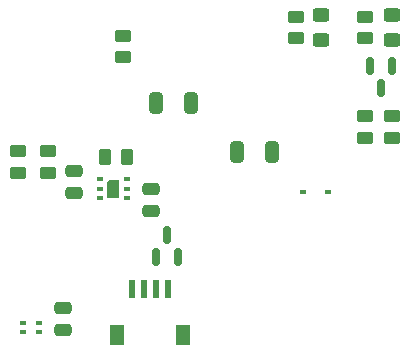
<source format=gbr>
%TF.GenerationSoftware,KiCad,Pcbnew,(6.0.7)*%
%TF.CreationDate,2022-11-02T22:50:04-04:00*%
%TF.ProjectId,tifi_daughterboard,74696669-5f64-4617-9567-68746572626f,1*%
%TF.SameCoordinates,Original*%
%TF.FileFunction,Paste,Top*%
%TF.FilePolarity,Positive*%
%FSLAX46Y46*%
G04 Gerber Fmt 4.6, Leading zero omitted, Abs format (unit mm)*
G04 Created by KiCad (PCBNEW (6.0.7)) date 2022-11-02 22:50:04*
%MOMM*%
%LPD*%
G01*
G04 APERTURE LIST*
G04 Aperture macros list*
%AMRoundRect*
0 Rectangle with rounded corners*
0 $1 Rounding radius*
0 $2 $3 $4 $5 $6 $7 $8 $9 X,Y pos of 4 corners*
0 Add a 4 corners polygon primitive as box body*
4,1,4,$2,$3,$4,$5,$6,$7,$8,$9,$2,$3,0*
0 Add four circle primitives for the rounded corners*
1,1,$1+$1,$2,$3*
1,1,$1+$1,$4,$5*
1,1,$1+$1,$6,$7*
1,1,$1+$1,$8,$9*
0 Add four rect primitives between the rounded corners*
20,1,$1+$1,$2,$3,$4,$5,0*
20,1,$1+$1,$4,$5,$6,$7,0*
20,1,$1+$1,$6,$7,$8,$9,0*
20,1,$1+$1,$8,$9,$2,$3,0*%
%AMOutline5P*
0 Free polygon, 5 corners , with rotation*
0 The origin of the aperture is its center*
0 number of corners: always 5*
0 $1 to $10 corner X, Y*
0 $11 Rotation angle, in degrees counterclockwise*
0 create outline with 5 corners*
4,1,5,$1,$2,$3,$4,$5,$6,$7,$8,$9,$10,$1,$2,$11*%
%AMOutline6P*
0 Free polygon, 6 corners , with rotation*
0 The origin of the aperture is its center*
0 number of corners: always 6*
0 $1 to $12 corner X, Y*
0 $13 Rotation angle, in degrees counterclockwise*
0 create outline with 6 corners*
4,1,6,$1,$2,$3,$4,$5,$6,$7,$8,$9,$10,$11,$12,$1,$2,$13*%
%AMOutline7P*
0 Free polygon, 7 corners , with rotation*
0 The origin of the aperture is its center*
0 number of corners: always 7*
0 $1 to $14 corner X, Y*
0 $15 Rotation angle, in degrees counterclockwise*
0 create outline with 7 corners*
4,1,7,$1,$2,$3,$4,$5,$6,$7,$8,$9,$10,$11,$12,$13,$14,$1,$2,$15*%
%AMOutline8P*
0 Free polygon, 8 corners , with rotation*
0 The origin of the aperture is its center*
0 number of corners: always 8*
0 $1 to $16 corner X, Y*
0 $17 Rotation angle, in degrees counterclockwise*
0 create outline with 8 corners*
4,1,8,$1,$2,$3,$4,$5,$6,$7,$8,$9,$10,$11,$12,$13,$14,$15,$16,$1,$2,$17*%
G04 Aperture macros list end*
%ADD10RoundRect,0.250000X-0.450000X0.325000X-0.450000X-0.325000X0.450000X-0.325000X0.450000X0.325000X0*%
%ADD11RoundRect,0.250000X0.262500X0.450000X-0.262500X0.450000X-0.262500X-0.450000X0.262500X-0.450000X0*%
%ADD12RoundRect,0.250000X-0.475000X0.250000X-0.475000X-0.250000X0.475000X-0.250000X0.475000X0.250000X0*%
%ADD13RoundRect,0.250000X0.325000X0.650000X-0.325000X0.650000X-0.325000X-0.650000X0.325000X-0.650000X0*%
%ADD14RoundRect,0.150000X-0.150000X0.587500X-0.150000X-0.587500X0.150000X-0.587500X0.150000X0.587500X0*%
%ADD15RoundRect,0.250000X0.475000X-0.250000X0.475000X0.250000X-0.475000X0.250000X-0.475000X-0.250000X0*%
%ADD16RoundRect,0.250000X-0.450000X0.262500X-0.450000X-0.262500X0.450000X-0.262500X0.450000X0.262500X0*%
%ADD17RoundRect,0.250000X0.450000X-0.262500X0.450000X0.262500X-0.450000X0.262500X-0.450000X-0.262500X0*%
%ADD18RoundRect,0.150000X0.150000X-0.587500X0.150000X0.587500X-0.150000X0.587500X-0.150000X-0.587500X0*%
%ADD19Outline5P,-0.525000X0.498000X-0.273000X0.750000X0.525000X0.750000X0.525000X-0.750000X-0.525000X-0.750000X0.000000*%
%ADD20R,0.550000X0.400000*%
%ADD21R,0.590000X0.450000*%
%ADD22RoundRect,0.250000X-0.325000X-0.650000X0.325000X-0.650000X0.325000X0.650000X-0.325000X0.650000X0*%
%ADD23R,0.600000X1.550000*%
%ADD24R,1.200000X1.800000*%
%ADD25R,0.500000X0.300000*%
G04 APERTURE END LIST*
D10*
%TO.C,D1*%
X154178000Y-73549000D03*
X154178000Y-75599000D03*
%TD*%
D11*
%TO.C,R2*%
X137767700Y-85547200D03*
X135942700Y-85547200D03*
%TD*%
D12*
%TO.C,C4*%
X133299200Y-86680000D03*
X133299200Y-88580000D03*
%TD*%
D13*
%TO.C,C2*%
X150065000Y-85090000D03*
X147115000Y-85090000D03*
%TD*%
D10*
%TO.C,D2*%
X160248600Y-73540400D03*
X160248600Y-75590400D03*
%TD*%
D14*
%TO.C,Q1*%
X160208000Y-77853300D03*
X158308000Y-77853300D03*
X159258000Y-79728300D03*
%TD*%
D15*
%TO.C,C5*%
X132334000Y-100213200D03*
X132334000Y-98313200D03*
%TD*%
D16*
%TO.C,R5*%
X157962600Y-82069300D03*
X157962600Y-83894300D03*
%TD*%
D17*
%TO.C,R4*%
X160172400Y-83894300D03*
X160172400Y-82069300D03*
%TD*%
D18*
%TO.C,D3*%
X140210650Y-94014500D03*
X142110650Y-94014500D03*
X141160650Y-92139500D03*
%TD*%
D16*
%TO.C,R3*%
X157962600Y-73652900D03*
X157962600Y-75477900D03*
%TD*%
%TO.C,R1*%
X152095200Y-73661500D03*
X152095200Y-75486500D03*
%TD*%
D19*
%TO.C,U1*%
X136626600Y-88204000D03*
D20*
X135476600Y-87404000D03*
X135476600Y-88204000D03*
X135476600Y-89004000D03*
X137776600Y-89004000D03*
X137776600Y-88204000D03*
X137776600Y-87404000D03*
%TD*%
D16*
%TO.C,R9*%
X131089400Y-85066500D03*
X131089400Y-86891500D03*
%TD*%
%TO.C,R8*%
X128549400Y-85066500D03*
X128549400Y-86891500D03*
%TD*%
D21*
%TO.C,D4*%
X154750400Y-88493600D03*
X152640400Y-88493600D03*
%TD*%
D22*
%TO.C,C1*%
X140206200Y-81000600D03*
X143156200Y-81000600D03*
%TD*%
D16*
%TO.C,R6*%
X137464800Y-75262100D03*
X137464800Y-77087100D03*
%TD*%
D23*
%TO.C,J3*%
X138215000Y-96723200D03*
X139215000Y-96723200D03*
X140215000Y-96723200D03*
X141215000Y-96723200D03*
D24*
X136915000Y-100598200D03*
X142515000Y-100598200D03*
%TD*%
D12*
%TO.C,C3*%
X139827000Y-88204000D03*
X139827000Y-90104000D03*
%TD*%
D25*
%TO.C,U2*%
X128941600Y-99549000D03*
X128941600Y-100349000D03*
X130341600Y-100349000D03*
X130341600Y-99549000D03*
%TD*%
M02*

</source>
